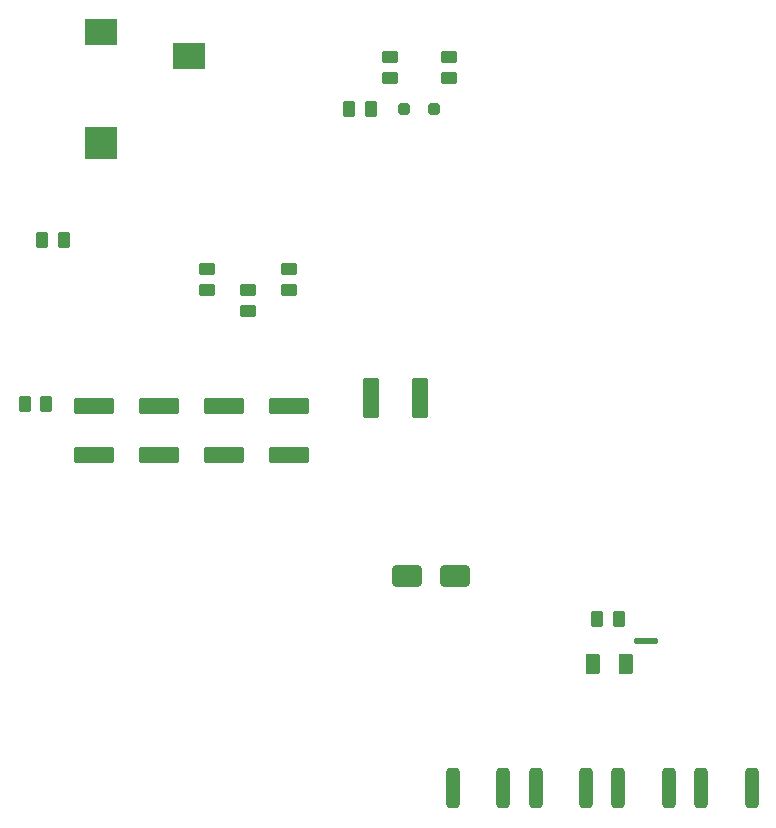
<source format=gtp>
%TF.GenerationSoftware,KiCad,Pcbnew,9.0.0*%
%TF.CreationDate,2025-04-30T01:59:44-07:00*%
%TF.ProjectId,PlasmaTransformer,506c6173-6d61-4547-9261-6e73666f726d,rev?*%
%TF.SameCoordinates,Original*%
%TF.FileFunction,Paste,Top*%
%TF.FilePolarity,Positive*%
%FSLAX46Y46*%
G04 Gerber Fmt 4.6, Leading zero omitted, Abs format (unit mm)*
G04 Created by KiCad (PCBNEW 9.0.0) date 2025-04-30 01:59:44*
%MOMM*%
%LPD*%
G01*
G04 APERTURE LIST*
G04 Aperture macros list*
%AMRoundRect*
0 Rectangle with rounded corners*
0 $1 Rounding radius*
0 $2 $3 $4 $5 $6 $7 $8 $9 X,Y pos of 4 corners*
0 Add a 4 corners polygon primitive as box body*
4,1,4,$2,$3,$4,$5,$6,$7,$8,$9,$2,$3,0*
0 Add four circle primitives for the rounded corners*
1,1,$1+$1,$2,$3*
1,1,$1+$1,$4,$5*
1,1,$1+$1,$6,$7*
1,1,$1+$1,$8,$9*
0 Add four rect primitives between the rounded corners*
20,1,$1+$1,$2,$3,$4,$5,0*
20,1,$1+$1,$4,$5,$6,$7,0*
20,1,$1+$1,$6,$7,$8,$9,0*
20,1,$1+$1,$8,$9,$2,$3,0*%
G04 Aperture macros list end*
%ADD10RoundRect,0.075000X-0.925000X-0.175000X0.925000X-0.175000X0.925000X0.175000X-0.925000X0.175000X0*%
%ADD11RoundRect,0.250000X0.262500X0.450000X-0.262500X0.450000X-0.262500X-0.450000X0.262500X-0.450000X0*%
%ADD12RoundRect,0.250000X0.375000X0.625000X-0.375000X0.625000X-0.375000X-0.625000X0.375000X-0.625000X0*%
%ADD13RoundRect,0.249999X0.450001X1.450001X-0.450001X1.450001X-0.450001X-1.450001X0.450001X-1.450001X0*%
%ADD14RoundRect,0.249999X1.450001X-0.450001X1.450001X0.450001X-1.450001X0.450001X-1.450001X-0.450001X0*%
%ADD15RoundRect,0.250000X0.312500X1.450000X-0.312500X1.450000X-0.312500X-1.450000X0.312500X-1.450000X0*%
%ADD16RoundRect,0.250000X1.000000X0.650000X-1.000000X0.650000X-1.000000X-0.650000X1.000000X-0.650000X0*%
%ADD17RoundRect,0.250000X-0.450000X0.262500X-0.450000X-0.262500X0.450000X-0.262500X0.450000X0.262500X0*%
%ADD18RoundRect,0.250000X-0.262500X-0.450000X0.262500X-0.450000X0.262500X0.450000X-0.262500X0.450000X0*%
%ADD19R,2.800000X2.200000*%
%ADD20R,2.800000X2.800000*%
%ADD21RoundRect,0.250000X-0.250000X-0.250000X0.250000X-0.250000X0.250000X0.250000X-0.250000X0.250000X0*%
%ADD22RoundRect,0.250000X0.450000X-0.262500X0.450000X0.262500X-0.450000X0.262500X-0.450000X-0.262500X0*%
G04 APERTURE END LIST*
D10*
%TO.C,L1*%
X118225000Y-112000000D03*
%TD*%
D11*
%TO.C,R13*%
X115912500Y-110200000D03*
X114087500Y-110200000D03*
%TD*%
D12*
%TO.C,D3*%
X116500000Y-114000000D03*
X113700000Y-114000000D03*
%TD*%
D13*
%TO.C,C7*%
X99050000Y-91500000D03*
X94950000Y-91500000D03*
%TD*%
D14*
%TO.C,C4*%
X77000000Y-96275000D03*
X77000000Y-92175000D03*
%TD*%
D15*
%TO.C,R10*%
X120137500Y-124500000D03*
X115862500Y-124500000D03*
%TD*%
D16*
%TO.C,D2*%
X102000000Y-106500000D03*
X98000000Y-106500000D03*
%TD*%
D17*
%TO.C,R6*%
X84500000Y-82287500D03*
X84500000Y-84112500D03*
%TD*%
D15*
%TO.C,R1*%
X127137500Y-124500000D03*
X122862500Y-124500000D03*
%TD*%
D18*
%TO.C,R2*%
X93087500Y-67000000D03*
X94912500Y-67000000D03*
%TD*%
D14*
%TO.C,C3*%
X71500000Y-96275000D03*
X71500000Y-92175000D03*
%TD*%
D17*
%TO.C,R4*%
X101500000Y-62587500D03*
X101500000Y-64412500D03*
%TD*%
D14*
%TO.C,C6*%
X88000000Y-96275000D03*
X88000000Y-92175000D03*
%TD*%
D19*
%TO.C,J8*%
X79500000Y-62500000D03*
X72100000Y-60500000D03*
D20*
X72100000Y-69900000D03*
%TD*%
D21*
%TO.C,D1*%
X97750000Y-67000000D03*
X100250000Y-67000000D03*
%TD*%
D22*
%TO.C,R3*%
X96500000Y-64412500D03*
X96500000Y-62587500D03*
%TD*%
D15*
%TO.C,R11*%
X113137500Y-124500000D03*
X108862500Y-124500000D03*
%TD*%
%TO.C,R12*%
X106137500Y-124500000D03*
X101862500Y-124500000D03*
%TD*%
D17*
%TO.C,R9*%
X81000000Y-80500000D03*
X81000000Y-82325000D03*
%TD*%
%TO.C,R5*%
X88000000Y-80500000D03*
X88000000Y-82325000D03*
%TD*%
D14*
%TO.C,C5*%
X82500000Y-96275000D03*
X82500000Y-92175000D03*
%TD*%
D11*
%TO.C,R8*%
X68912500Y-78080000D03*
X67087500Y-78080000D03*
%TD*%
%TO.C,R7*%
X67412500Y-92000000D03*
X65587500Y-92000000D03*
%TD*%
M02*

</source>
